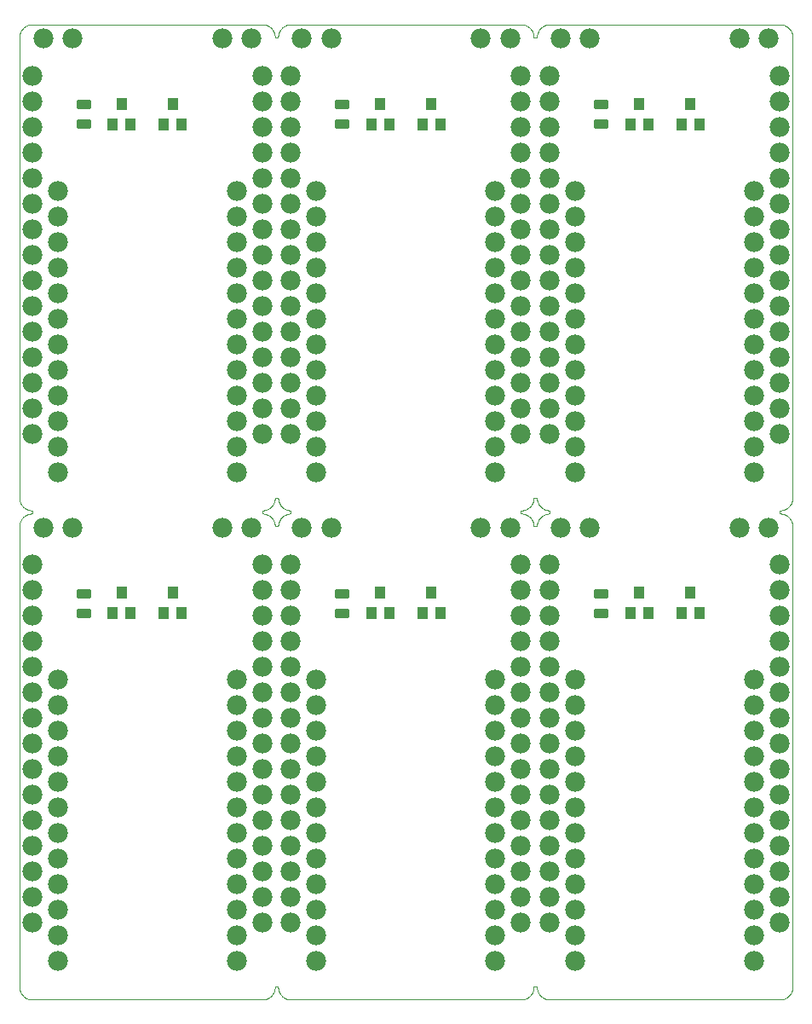
<source format=gts>
G75*
%MOIN*%
%OFA0B0*%
%FSLAX25Y25*%
%IPPOS*%
%LPD*%
%AMOC8*
5,1,8,0,0,1.08239X$1,22.5*
%
%ADD10C,0.00000*%
%ADD11C,0.07800*%
%ADD12R,0.04400X0.04900*%
%ADD13C,0.00887*%
D10*
X0077595Y0048933D02*
X0077595Y0228933D01*
X0077597Y0229073D01*
X0077603Y0229213D01*
X0077613Y0229353D01*
X0077626Y0229493D01*
X0077644Y0229632D01*
X0077666Y0229771D01*
X0077691Y0229908D01*
X0077720Y0230046D01*
X0077753Y0230182D01*
X0077790Y0230317D01*
X0077831Y0230451D01*
X0077876Y0230584D01*
X0077924Y0230716D01*
X0077976Y0230846D01*
X0078031Y0230975D01*
X0078090Y0231102D01*
X0078153Y0231228D01*
X0078219Y0231352D01*
X0078288Y0231473D01*
X0078361Y0231593D01*
X0078438Y0231711D01*
X0078517Y0231826D01*
X0078600Y0231940D01*
X0078686Y0232050D01*
X0078775Y0232159D01*
X0078867Y0232265D01*
X0078962Y0232368D01*
X0079059Y0232469D01*
X0079160Y0232566D01*
X0079263Y0232661D01*
X0079369Y0232753D01*
X0079478Y0232842D01*
X0079588Y0232928D01*
X0079702Y0233011D01*
X0079817Y0233090D01*
X0079935Y0233167D01*
X0080055Y0233240D01*
X0080176Y0233309D01*
X0080300Y0233375D01*
X0080426Y0233438D01*
X0080553Y0233497D01*
X0080682Y0233552D01*
X0080812Y0233604D01*
X0080944Y0233652D01*
X0081077Y0233697D01*
X0081211Y0233738D01*
X0081346Y0233775D01*
X0081482Y0233808D01*
X0081620Y0233837D01*
X0081757Y0233862D01*
X0081896Y0233884D01*
X0082035Y0233902D01*
X0082175Y0233915D01*
X0082315Y0233925D01*
X0082455Y0233931D01*
X0082595Y0233933D01*
X0082595Y0235183D01*
X0082455Y0235185D01*
X0082315Y0235191D01*
X0082175Y0235201D01*
X0082035Y0235214D01*
X0081896Y0235232D01*
X0081757Y0235254D01*
X0081620Y0235279D01*
X0081482Y0235308D01*
X0081346Y0235341D01*
X0081211Y0235378D01*
X0081077Y0235419D01*
X0080944Y0235464D01*
X0080812Y0235512D01*
X0080682Y0235564D01*
X0080553Y0235619D01*
X0080426Y0235678D01*
X0080300Y0235741D01*
X0080176Y0235807D01*
X0080055Y0235876D01*
X0079935Y0235949D01*
X0079817Y0236026D01*
X0079702Y0236105D01*
X0079588Y0236188D01*
X0079478Y0236274D01*
X0079369Y0236363D01*
X0079263Y0236455D01*
X0079160Y0236550D01*
X0079059Y0236647D01*
X0078962Y0236748D01*
X0078867Y0236851D01*
X0078775Y0236957D01*
X0078686Y0237066D01*
X0078600Y0237176D01*
X0078517Y0237290D01*
X0078438Y0237405D01*
X0078361Y0237523D01*
X0078288Y0237643D01*
X0078219Y0237764D01*
X0078153Y0237888D01*
X0078090Y0238014D01*
X0078031Y0238141D01*
X0077976Y0238270D01*
X0077924Y0238400D01*
X0077876Y0238532D01*
X0077831Y0238665D01*
X0077790Y0238799D01*
X0077753Y0238934D01*
X0077720Y0239070D01*
X0077691Y0239208D01*
X0077666Y0239345D01*
X0077644Y0239484D01*
X0077626Y0239623D01*
X0077613Y0239763D01*
X0077603Y0239903D01*
X0077597Y0240043D01*
X0077595Y0240183D01*
X0077595Y0420183D01*
X0077597Y0420323D01*
X0077603Y0420463D01*
X0077613Y0420603D01*
X0077626Y0420743D01*
X0077644Y0420882D01*
X0077666Y0421021D01*
X0077691Y0421158D01*
X0077720Y0421296D01*
X0077753Y0421432D01*
X0077790Y0421567D01*
X0077831Y0421701D01*
X0077876Y0421834D01*
X0077924Y0421966D01*
X0077976Y0422096D01*
X0078031Y0422225D01*
X0078090Y0422352D01*
X0078153Y0422478D01*
X0078219Y0422602D01*
X0078288Y0422723D01*
X0078361Y0422843D01*
X0078438Y0422961D01*
X0078517Y0423076D01*
X0078600Y0423190D01*
X0078686Y0423300D01*
X0078775Y0423409D01*
X0078867Y0423515D01*
X0078962Y0423618D01*
X0079059Y0423719D01*
X0079160Y0423816D01*
X0079263Y0423911D01*
X0079369Y0424003D01*
X0079478Y0424092D01*
X0079588Y0424178D01*
X0079702Y0424261D01*
X0079817Y0424340D01*
X0079935Y0424417D01*
X0080055Y0424490D01*
X0080176Y0424559D01*
X0080300Y0424625D01*
X0080426Y0424688D01*
X0080553Y0424747D01*
X0080682Y0424802D01*
X0080812Y0424854D01*
X0080944Y0424902D01*
X0081077Y0424947D01*
X0081211Y0424988D01*
X0081346Y0425025D01*
X0081482Y0425058D01*
X0081620Y0425087D01*
X0081757Y0425112D01*
X0081896Y0425134D01*
X0082035Y0425152D01*
X0082175Y0425165D01*
X0082315Y0425175D01*
X0082455Y0425181D01*
X0082595Y0425183D01*
X0172595Y0425183D01*
X0172735Y0425181D01*
X0172875Y0425175D01*
X0173015Y0425165D01*
X0173155Y0425152D01*
X0173294Y0425134D01*
X0173433Y0425112D01*
X0173570Y0425087D01*
X0173708Y0425058D01*
X0173844Y0425025D01*
X0173979Y0424988D01*
X0174113Y0424947D01*
X0174246Y0424902D01*
X0174378Y0424854D01*
X0174508Y0424802D01*
X0174637Y0424747D01*
X0174764Y0424688D01*
X0174890Y0424625D01*
X0175014Y0424559D01*
X0175135Y0424490D01*
X0175255Y0424417D01*
X0175373Y0424340D01*
X0175488Y0424261D01*
X0175602Y0424178D01*
X0175712Y0424092D01*
X0175821Y0424003D01*
X0175927Y0423911D01*
X0176030Y0423816D01*
X0176131Y0423719D01*
X0176228Y0423618D01*
X0176323Y0423515D01*
X0176415Y0423409D01*
X0176504Y0423300D01*
X0176590Y0423190D01*
X0176673Y0423076D01*
X0176752Y0422961D01*
X0176829Y0422843D01*
X0176902Y0422723D01*
X0176971Y0422602D01*
X0177037Y0422478D01*
X0177100Y0422352D01*
X0177159Y0422225D01*
X0177214Y0422096D01*
X0177266Y0421966D01*
X0177314Y0421834D01*
X0177359Y0421701D01*
X0177400Y0421567D01*
X0177437Y0421432D01*
X0177470Y0421296D01*
X0177499Y0421158D01*
X0177524Y0421021D01*
X0177546Y0420882D01*
X0177564Y0420743D01*
X0177577Y0420603D01*
X0177587Y0420463D01*
X0177593Y0420323D01*
X0177595Y0420183D01*
X0178845Y0420183D01*
X0178847Y0420323D01*
X0178853Y0420463D01*
X0178863Y0420603D01*
X0178876Y0420743D01*
X0178894Y0420882D01*
X0178916Y0421021D01*
X0178941Y0421158D01*
X0178970Y0421296D01*
X0179003Y0421432D01*
X0179040Y0421567D01*
X0179081Y0421701D01*
X0179126Y0421834D01*
X0179174Y0421966D01*
X0179226Y0422096D01*
X0179281Y0422225D01*
X0179340Y0422352D01*
X0179403Y0422478D01*
X0179469Y0422602D01*
X0179538Y0422723D01*
X0179611Y0422843D01*
X0179688Y0422961D01*
X0179767Y0423076D01*
X0179850Y0423190D01*
X0179936Y0423300D01*
X0180025Y0423409D01*
X0180117Y0423515D01*
X0180212Y0423618D01*
X0180309Y0423719D01*
X0180410Y0423816D01*
X0180513Y0423911D01*
X0180619Y0424003D01*
X0180728Y0424092D01*
X0180838Y0424178D01*
X0180952Y0424261D01*
X0181067Y0424340D01*
X0181185Y0424417D01*
X0181305Y0424490D01*
X0181426Y0424559D01*
X0181550Y0424625D01*
X0181676Y0424688D01*
X0181803Y0424747D01*
X0181932Y0424802D01*
X0182062Y0424854D01*
X0182194Y0424902D01*
X0182327Y0424947D01*
X0182461Y0424988D01*
X0182596Y0425025D01*
X0182732Y0425058D01*
X0182870Y0425087D01*
X0183007Y0425112D01*
X0183146Y0425134D01*
X0183285Y0425152D01*
X0183425Y0425165D01*
X0183565Y0425175D01*
X0183705Y0425181D01*
X0183845Y0425183D01*
X0273845Y0425183D01*
X0273985Y0425181D01*
X0274125Y0425175D01*
X0274265Y0425165D01*
X0274405Y0425152D01*
X0274544Y0425134D01*
X0274683Y0425112D01*
X0274820Y0425087D01*
X0274958Y0425058D01*
X0275094Y0425025D01*
X0275229Y0424988D01*
X0275363Y0424947D01*
X0275496Y0424902D01*
X0275628Y0424854D01*
X0275758Y0424802D01*
X0275887Y0424747D01*
X0276014Y0424688D01*
X0276140Y0424625D01*
X0276264Y0424559D01*
X0276385Y0424490D01*
X0276505Y0424417D01*
X0276623Y0424340D01*
X0276738Y0424261D01*
X0276852Y0424178D01*
X0276962Y0424092D01*
X0277071Y0424003D01*
X0277177Y0423911D01*
X0277280Y0423816D01*
X0277381Y0423719D01*
X0277478Y0423618D01*
X0277573Y0423515D01*
X0277665Y0423409D01*
X0277754Y0423300D01*
X0277840Y0423190D01*
X0277923Y0423076D01*
X0278002Y0422961D01*
X0278079Y0422843D01*
X0278152Y0422723D01*
X0278221Y0422602D01*
X0278287Y0422478D01*
X0278350Y0422352D01*
X0278409Y0422225D01*
X0278464Y0422096D01*
X0278516Y0421966D01*
X0278564Y0421834D01*
X0278609Y0421701D01*
X0278650Y0421567D01*
X0278687Y0421432D01*
X0278720Y0421296D01*
X0278749Y0421158D01*
X0278774Y0421021D01*
X0278796Y0420882D01*
X0278814Y0420743D01*
X0278827Y0420603D01*
X0278837Y0420463D01*
X0278843Y0420323D01*
X0278845Y0420183D01*
X0280095Y0420183D01*
X0280097Y0420323D01*
X0280103Y0420463D01*
X0280113Y0420603D01*
X0280126Y0420743D01*
X0280144Y0420882D01*
X0280166Y0421021D01*
X0280191Y0421158D01*
X0280220Y0421296D01*
X0280253Y0421432D01*
X0280290Y0421567D01*
X0280331Y0421701D01*
X0280376Y0421834D01*
X0280424Y0421966D01*
X0280476Y0422096D01*
X0280531Y0422225D01*
X0280590Y0422352D01*
X0280653Y0422478D01*
X0280719Y0422602D01*
X0280788Y0422723D01*
X0280861Y0422843D01*
X0280938Y0422961D01*
X0281017Y0423076D01*
X0281100Y0423190D01*
X0281186Y0423300D01*
X0281275Y0423409D01*
X0281367Y0423515D01*
X0281462Y0423618D01*
X0281559Y0423719D01*
X0281660Y0423816D01*
X0281763Y0423911D01*
X0281869Y0424003D01*
X0281978Y0424092D01*
X0282088Y0424178D01*
X0282202Y0424261D01*
X0282317Y0424340D01*
X0282435Y0424417D01*
X0282555Y0424490D01*
X0282676Y0424559D01*
X0282800Y0424625D01*
X0282926Y0424688D01*
X0283053Y0424747D01*
X0283182Y0424802D01*
X0283312Y0424854D01*
X0283444Y0424902D01*
X0283577Y0424947D01*
X0283711Y0424988D01*
X0283846Y0425025D01*
X0283982Y0425058D01*
X0284120Y0425087D01*
X0284257Y0425112D01*
X0284396Y0425134D01*
X0284535Y0425152D01*
X0284675Y0425165D01*
X0284815Y0425175D01*
X0284955Y0425181D01*
X0285095Y0425183D01*
X0375095Y0425183D01*
X0375235Y0425181D01*
X0375375Y0425175D01*
X0375515Y0425165D01*
X0375655Y0425152D01*
X0375794Y0425134D01*
X0375933Y0425112D01*
X0376070Y0425087D01*
X0376208Y0425058D01*
X0376344Y0425025D01*
X0376479Y0424988D01*
X0376613Y0424947D01*
X0376746Y0424902D01*
X0376878Y0424854D01*
X0377008Y0424802D01*
X0377137Y0424747D01*
X0377264Y0424688D01*
X0377390Y0424625D01*
X0377514Y0424559D01*
X0377635Y0424490D01*
X0377755Y0424417D01*
X0377873Y0424340D01*
X0377988Y0424261D01*
X0378102Y0424178D01*
X0378212Y0424092D01*
X0378321Y0424003D01*
X0378427Y0423911D01*
X0378530Y0423816D01*
X0378631Y0423719D01*
X0378728Y0423618D01*
X0378823Y0423515D01*
X0378915Y0423409D01*
X0379004Y0423300D01*
X0379090Y0423190D01*
X0379173Y0423076D01*
X0379252Y0422961D01*
X0379329Y0422843D01*
X0379402Y0422723D01*
X0379471Y0422602D01*
X0379537Y0422478D01*
X0379600Y0422352D01*
X0379659Y0422225D01*
X0379714Y0422096D01*
X0379766Y0421966D01*
X0379814Y0421834D01*
X0379859Y0421701D01*
X0379900Y0421567D01*
X0379937Y0421432D01*
X0379970Y0421296D01*
X0379999Y0421158D01*
X0380024Y0421021D01*
X0380046Y0420882D01*
X0380064Y0420743D01*
X0380077Y0420603D01*
X0380087Y0420463D01*
X0380093Y0420323D01*
X0380095Y0420183D01*
X0380095Y0240183D01*
X0380093Y0240043D01*
X0380087Y0239903D01*
X0380077Y0239763D01*
X0380064Y0239623D01*
X0380046Y0239484D01*
X0380024Y0239345D01*
X0379999Y0239208D01*
X0379970Y0239070D01*
X0379937Y0238934D01*
X0379900Y0238799D01*
X0379859Y0238665D01*
X0379814Y0238532D01*
X0379766Y0238400D01*
X0379714Y0238270D01*
X0379659Y0238141D01*
X0379600Y0238014D01*
X0379537Y0237888D01*
X0379471Y0237764D01*
X0379402Y0237643D01*
X0379329Y0237523D01*
X0379252Y0237405D01*
X0379173Y0237290D01*
X0379090Y0237176D01*
X0379004Y0237066D01*
X0378915Y0236957D01*
X0378823Y0236851D01*
X0378728Y0236748D01*
X0378631Y0236647D01*
X0378530Y0236550D01*
X0378427Y0236455D01*
X0378321Y0236363D01*
X0378212Y0236274D01*
X0378102Y0236188D01*
X0377988Y0236105D01*
X0377873Y0236026D01*
X0377755Y0235949D01*
X0377635Y0235876D01*
X0377514Y0235807D01*
X0377390Y0235741D01*
X0377264Y0235678D01*
X0377137Y0235619D01*
X0377008Y0235564D01*
X0376878Y0235512D01*
X0376746Y0235464D01*
X0376613Y0235419D01*
X0376479Y0235378D01*
X0376344Y0235341D01*
X0376208Y0235308D01*
X0376070Y0235279D01*
X0375933Y0235254D01*
X0375794Y0235232D01*
X0375655Y0235214D01*
X0375515Y0235201D01*
X0375375Y0235191D01*
X0375235Y0235185D01*
X0375095Y0235183D01*
X0375095Y0233933D01*
X0375235Y0233931D01*
X0375375Y0233925D01*
X0375515Y0233915D01*
X0375655Y0233902D01*
X0375794Y0233884D01*
X0375933Y0233862D01*
X0376070Y0233837D01*
X0376208Y0233808D01*
X0376344Y0233775D01*
X0376479Y0233738D01*
X0376613Y0233697D01*
X0376746Y0233652D01*
X0376878Y0233604D01*
X0377008Y0233552D01*
X0377137Y0233497D01*
X0377264Y0233438D01*
X0377390Y0233375D01*
X0377514Y0233309D01*
X0377635Y0233240D01*
X0377755Y0233167D01*
X0377873Y0233090D01*
X0377988Y0233011D01*
X0378102Y0232928D01*
X0378212Y0232842D01*
X0378321Y0232753D01*
X0378427Y0232661D01*
X0378530Y0232566D01*
X0378631Y0232469D01*
X0378728Y0232368D01*
X0378823Y0232265D01*
X0378915Y0232159D01*
X0379004Y0232050D01*
X0379090Y0231940D01*
X0379173Y0231826D01*
X0379252Y0231711D01*
X0379329Y0231593D01*
X0379402Y0231473D01*
X0379471Y0231352D01*
X0379537Y0231228D01*
X0379600Y0231102D01*
X0379659Y0230975D01*
X0379714Y0230846D01*
X0379766Y0230716D01*
X0379814Y0230584D01*
X0379859Y0230451D01*
X0379900Y0230317D01*
X0379937Y0230182D01*
X0379970Y0230046D01*
X0379999Y0229908D01*
X0380024Y0229771D01*
X0380046Y0229632D01*
X0380064Y0229493D01*
X0380077Y0229353D01*
X0380087Y0229213D01*
X0380093Y0229073D01*
X0380095Y0228933D01*
X0380095Y0048933D01*
X0380093Y0048793D01*
X0380087Y0048653D01*
X0380077Y0048513D01*
X0380064Y0048373D01*
X0380046Y0048234D01*
X0380024Y0048095D01*
X0379999Y0047958D01*
X0379970Y0047820D01*
X0379937Y0047684D01*
X0379900Y0047549D01*
X0379859Y0047415D01*
X0379814Y0047282D01*
X0379766Y0047150D01*
X0379714Y0047020D01*
X0379659Y0046891D01*
X0379600Y0046764D01*
X0379537Y0046638D01*
X0379471Y0046514D01*
X0379402Y0046393D01*
X0379329Y0046273D01*
X0379252Y0046155D01*
X0379173Y0046040D01*
X0379090Y0045926D01*
X0379004Y0045816D01*
X0378915Y0045707D01*
X0378823Y0045601D01*
X0378728Y0045498D01*
X0378631Y0045397D01*
X0378530Y0045300D01*
X0378427Y0045205D01*
X0378321Y0045113D01*
X0378212Y0045024D01*
X0378102Y0044938D01*
X0377988Y0044855D01*
X0377873Y0044776D01*
X0377755Y0044699D01*
X0377635Y0044626D01*
X0377514Y0044557D01*
X0377390Y0044491D01*
X0377264Y0044428D01*
X0377137Y0044369D01*
X0377008Y0044314D01*
X0376878Y0044262D01*
X0376746Y0044214D01*
X0376613Y0044169D01*
X0376479Y0044128D01*
X0376344Y0044091D01*
X0376208Y0044058D01*
X0376070Y0044029D01*
X0375933Y0044004D01*
X0375794Y0043982D01*
X0375655Y0043964D01*
X0375515Y0043951D01*
X0375375Y0043941D01*
X0375235Y0043935D01*
X0375095Y0043933D01*
X0285095Y0043933D01*
X0284955Y0043935D01*
X0284815Y0043941D01*
X0284675Y0043951D01*
X0284535Y0043964D01*
X0284396Y0043982D01*
X0284257Y0044004D01*
X0284120Y0044029D01*
X0283982Y0044058D01*
X0283846Y0044091D01*
X0283711Y0044128D01*
X0283577Y0044169D01*
X0283444Y0044214D01*
X0283312Y0044262D01*
X0283182Y0044314D01*
X0283053Y0044369D01*
X0282926Y0044428D01*
X0282800Y0044491D01*
X0282676Y0044557D01*
X0282555Y0044626D01*
X0282435Y0044699D01*
X0282317Y0044776D01*
X0282202Y0044855D01*
X0282088Y0044938D01*
X0281978Y0045024D01*
X0281869Y0045113D01*
X0281763Y0045205D01*
X0281660Y0045300D01*
X0281559Y0045397D01*
X0281462Y0045498D01*
X0281367Y0045601D01*
X0281275Y0045707D01*
X0281186Y0045816D01*
X0281100Y0045926D01*
X0281017Y0046040D01*
X0280938Y0046155D01*
X0280861Y0046273D01*
X0280788Y0046393D01*
X0280719Y0046514D01*
X0280653Y0046638D01*
X0280590Y0046764D01*
X0280531Y0046891D01*
X0280476Y0047020D01*
X0280424Y0047150D01*
X0280376Y0047282D01*
X0280331Y0047415D01*
X0280290Y0047549D01*
X0280253Y0047684D01*
X0280220Y0047820D01*
X0280191Y0047958D01*
X0280166Y0048095D01*
X0280144Y0048234D01*
X0280126Y0048373D01*
X0280113Y0048513D01*
X0280103Y0048653D01*
X0280097Y0048793D01*
X0280095Y0048933D01*
X0278845Y0048933D01*
X0278843Y0048793D01*
X0278837Y0048653D01*
X0278827Y0048513D01*
X0278814Y0048373D01*
X0278796Y0048234D01*
X0278774Y0048095D01*
X0278749Y0047958D01*
X0278720Y0047820D01*
X0278687Y0047684D01*
X0278650Y0047549D01*
X0278609Y0047415D01*
X0278564Y0047282D01*
X0278516Y0047150D01*
X0278464Y0047020D01*
X0278409Y0046891D01*
X0278350Y0046764D01*
X0278287Y0046638D01*
X0278221Y0046514D01*
X0278152Y0046393D01*
X0278079Y0046273D01*
X0278002Y0046155D01*
X0277923Y0046040D01*
X0277840Y0045926D01*
X0277754Y0045816D01*
X0277665Y0045707D01*
X0277573Y0045601D01*
X0277478Y0045498D01*
X0277381Y0045397D01*
X0277280Y0045300D01*
X0277177Y0045205D01*
X0277071Y0045113D01*
X0276962Y0045024D01*
X0276852Y0044938D01*
X0276738Y0044855D01*
X0276623Y0044776D01*
X0276505Y0044699D01*
X0276385Y0044626D01*
X0276264Y0044557D01*
X0276140Y0044491D01*
X0276014Y0044428D01*
X0275887Y0044369D01*
X0275758Y0044314D01*
X0275628Y0044262D01*
X0275496Y0044214D01*
X0275363Y0044169D01*
X0275229Y0044128D01*
X0275094Y0044091D01*
X0274958Y0044058D01*
X0274820Y0044029D01*
X0274683Y0044004D01*
X0274544Y0043982D01*
X0274405Y0043964D01*
X0274265Y0043951D01*
X0274125Y0043941D01*
X0273985Y0043935D01*
X0273845Y0043933D01*
X0183845Y0043933D01*
X0183705Y0043935D01*
X0183565Y0043941D01*
X0183425Y0043951D01*
X0183285Y0043964D01*
X0183146Y0043982D01*
X0183007Y0044004D01*
X0182870Y0044029D01*
X0182732Y0044058D01*
X0182596Y0044091D01*
X0182461Y0044128D01*
X0182327Y0044169D01*
X0182194Y0044214D01*
X0182062Y0044262D01*
X0181932Y0044314D01*
X0181803Y0044369D01*
X0181676Y0044428D01*
X0181550Y0044491D01*
X0181426Y0044557D01*
X0181305Y0044626D01*
X0181185Y0044699D01*
X0181067Y0044776D01*
X0180952Y0044855D01*
X0180838Y0044938D01*
X0180728Y0045024D01*
X0180619Y0045113D01*
X0180513Y0045205D01*
X0180410Y0045300D01*
X0180309Y0045397D01*
X0180212Y0045498D01*
X0180117Y0045601D01*
X0180025Y0045707D01*
X0179936Y0045816D01*
X0179850Y0045926D01*
X0179767Y0046040D01*
X0179688Y0046155D01*
X0179611Y0046273D01*
X0179538Y0046393D01*
X0179469Y0046514D01*
X0179403Y0046638D01*
X0179340Y0046764D01*
X0179281Y0046891D01*
X0179226Y0047020D01*
X0179174Y0047150D01*
X0179126Y0047282D01*
X0179081Y0047415D01*
X0179040Y0047549D01*
X0179003Y0047684D01*
X0178970Y0047820D01*
X0178941Y0047958D01*
X0178916Y0048095D01*
X0178894Y0048234D01*
X0178876Y0048373D01*
X0178863Y0048513D01*
X0178853Y0048653D01*
X0178847Y0048793D01*
X0178845Y0048933D01*
X0177595Y0048933D01*
X0177593Y0048793D01*
X0177587Y0048653D01*
X0177577Y0048513D01*
X0177564Y0048373D01*
X0177546Y0048234D01*
X0177524Y0048095D01*
X0177499Y0047958D01*
X0177470Y0047820D01*
X0177437Y0047684D01*
X0177400Y0047549D01*
X0177359Y0047415D01*
X0177314Y0047282D01*
X0177266Y0047150D01*
X0177214Y0047020D01*
X0177159Y0046891D01*
X0177100Y0046764D01*
X0177037Y0046638D01*
X0176971Y0046514D01*
X0176902Y0046393D01*
X0176829Y0046273D01*
X0176752Y0046155D01*
X0176673Y0046040D01*
X0176590Y0045926D01*
X0176504Y0045816D01*
X0176415Y0045707D01*
X0176323Y0045601D01*
X0176228Y0045498D01*
X0176131Y0045397D01*
X0176030Y0045300D01*
X0175927Y0045205D01*
X0175821Y0045113D01*
X0175712Y0045024D01*
X0175602Y0044938D01*
X0175488Y0044855D01*
X0175373Y0044776D01*
X0175255Y0044699D01*
X0175135Y0044626D01*
X0175014Y0044557D01*
X0174890Y0044491D01*
X0174764Y0044428D01*
X0174637Y0044369D01*
X0174508Y0044314D01*
X0174378Y0044262D01*
X0174246Y0044214D01*
X0174113Y0044169D01*
X0173979Y0044128D01*
X0173844Y0044091D01*
X0173708Y0044058D01*
X0173570Y0044029D01*
X0173433Y0044004D01*
X0173294Y0043982D01*
X0173155Y0043964D01*
X0173015Y0043951D01*
X0172875Y0043941D01*
X0172735Y0043935D01*
X0172595Y0043933D01*
X0082595Y0043933D01*
X0082455Y0043935D01*
X0082315Y0043941D01*
X0082175Y0043951D01*
X0082035Y0043964D01*
X0081896Y0043982D01*
X0081757Y0044004D01*
X0081620Y0044029D01*
X0081482Y0044058D01*
X0081346Y0044091D01*
X0081211Y0044128D01*
X0081077Y0044169D01*
X0080944Y0044214D01*
X0080812Y0044262D01*
X0080682Y0044314D01*
X0080553Y0044369D01*
X0080426Y0044428D01*
X0080300Y0044491D01*
X0080176Y0044557D01*
X0080055Y0044626D01*
X0079935Y0044699D01*
X0079817Y0044776D01*
X0079702Y0044855D01*
X0079588Y0044938D01*
X0079478Y0045024D01*
X0079369Y0045113D01*
X0079263Y0045205D01*
X0079160Y0045300D01*
X0079059Y0045397D01*
X0078962Y0045498D01*
X0078867Y0045601D01*
X0078775Y0045707D01*
X0078686Y0045816D01*
X0078600Y0045926D01*
X0078517Y0046040D01*
X0078438Y0046155D01*
X0078361Y0046273D01*
X0078288Y0046393D01*
X0078219Y0046514D01*
X0078153Y0046638D01*
X0078090Y0046764D01*
X0078031Y0046891D01*
X0077976Y0047020D01*
X0077924Y0047150D01*
X0077876Y0047282D01*
X0077831Y0047415D01*
X0077790Y0047549D01*
X0077753Y0047684D01*
X0077720Y0047820D01*
X0077691Y0047958D01*
X0077666Y0048095D01*
X0077644Y0048234D01*
X0077626Y0048373D01*
X0077613Y0048513D01*
X0077603Y0048653D01*
X0077597Y0048793D01*
X0077595Y0048933D01*
X0177595Y0228933D02*
X0177593Y0229073D01*
X0177587Y0229213D01*
X0177577Y0229353D01*
X0177564Y0229493D01*
X0177546Y0229632D01*
X0177524Y0229771D01*
X0177499Y0229908D01*
X0177470Y0230046D01*
X0177437Y0230182D01*
X0177400Y0230317D01*
X0177359Y0230451D01*
X0177314Y0230584D01*
X0177266Y0230716D01*
X0177214Y0230846D01*
X0177159Y0230975D01*
X0177100Y0231102D01*
X0177037Y0231228D01*
X0176971Y0231352D01*
X0176902Y0231473D01*
X0176829Y0231593D01*
X0176752Y0231711D01*
X0176673Y0231826D01*
X0176590Y0231940D01*
X0176504Y0232050D01*
X0176415Y0232159D01*
X0176323Y0232265D01*
X0176228Y0232368D01*
X0176131Y0232469D01*
X0176030Y0232566D01*
X0175927Y0232661D01*
X0175821Y0232753D01*
X0175712Y0232842D01*
X0175602Y0232928D01*
X0175488Y0233011D01*
X0175373Y0233090D01*
X0175255Y0233167D01*
X0175135Y0233240D01*
X0175014Y0233309D01*
X0174890Y0233375D01*
X0174764Y0233438D01*
X0174637Y0233497D01*
X0174508Y0233552D01*
X0174378Y0233604D01*
X0174246Y0233652D01*
X0174113Y0233697D01*
X0173979Y0233738D01*
X0173844Y0233775D01*
X0173708Y0233808D01*
X0173570Y0233837D01*
X0173433Y0233862D01*
X0173294Y0233884D01*
X0173155Y0233902D01*
X0173015Y0233915D01*
X0172875Y0233925D01*
X0172735Y0233931D01*
X0172595Y0233933D01*
X0172595Y0235183D01*
X0172735Y0235185D01*
X0172875Y0235191D01*
X0173015Y0235201D01*
X0173155Y0235214D01*
X0173294Y0235232D01*
X0173433Y0235254D01*
X0173570Y0235279D01*
X0173708Y0235308D01*
X0173844Y0235341D01*
X0173979Y0235378D01*
X0174113Y0235419D01*
X0174246Y0235464D01*
X0174378Y0235512D01*
X0174508Y0235564D01*
X0174637Y0235619D01*
X0174764Y0235678D01*
X0174890Y0235741D01*
X0175014Y0235807D01*
X0175135Y0235876D01*
X0175255Y0235949D01*
X0175373Y0236026D01*
X0175488Y0236105D01*
X0175602Y0236188D01*
X0175712Y0236274D01*
X0175821Y0236363D01*
X0175927Y0236455D01*
X0176030Y0236550D01*
X0176131Y0236647D01*
X0176228Y0236748D01*
X0176323Y0236851D01*
X0176415Y0236957D01*
X0176504Y0237066D01*
X0176590Y0237176D01*
X0176673Y0237290D01*
X0176752Y0237405D01*
X0176829Y0237523D01*
X0176902Y0237643D01*
X0176971Y0237764D01*
X0177037Y0237888D01*
X0177100Y0238014D01*
X0177159Y0238141D01*
X0177214Y0238270D01*
X0177266Y0238400D01*
X0177314Y0238532D01*
X0177359Y0238665D01*
X0177400Y0238799D01*
X0177437Y0238934D01*
X0177470Y0239070D01*
X0177499Y0239208D01*
X0177524Y0239345D01*
X0177546Y0239484D01*
X0177564Y0239623D01*
X0177577Y0239763D01*
X0177587Y0239903D01*
X0177593Y0240043D01*
X0177595Y0240183D01*
X0178845Y0240183D01*
X0178847Y0240043D01*
X0178853Y0239903D01*
X0178863Y0239763D01*
X0178876Y0239623D01*
X0178894Y0239484D01*
X0178916Y0239345D01*
X0178941Y0239208D01*
X0178970Y0239070D01*
X0179003Y0238934D01*
X0179040Y0238799D01*
X0179081Y0238665D01*
X0179126Y0238532D01*
X0179174Y0238400D01*
X0179226Y0238270D01*
X0179281Y0238141D01*
X0179340Y0238014D01*
X0179403Y0237888D01*
X0179469Y0237764D01*
X0179538Y0237643D01*
X0179611Y0237523D01*
X0179688Y0237405D01*
X0179767Y0237290D01*
X0179850Y0237176D01*
X0179936Y0237066D01*
X0180025Y0236957D01*
X0180117Y0236851D01*
X0180212Y0236748D01*
X0180309Y0236647D01*
X0180410Y0236550D01*
X0180513Y0236455D01*
X0180619Y0236363D01*
X0180728Y0236274D01*
X0180838Y0236188D01*
X0180952Y0236105D01*
X0181067Y0236026D01*
X0181185Y0235949D01*
X0181305Y0235876D01*
X0181426Y0235807D01*
X0181550Y0235741D01*
X0181676Y0235678D01*
X0181803Y0235619D01*
X0181932Y0235564D01*
X0182062Y0235512D01*
X0182194Y0235464D01*
X0182327Y0235419D01*
X0182461Y0235378D01*
X0182596Y0235341D01*
X0182732Y0235308D01*
X0182870Y0235279D01*
X0183007Y0235254D01*
X0183146Y0235232D01*
X0183285Y0235214D01*
X0183425Y0235201D01*
X0183565Y0235191D01*
X0183705Y0235185D01*
X0183845Y0235183D01*
X0183845Y0233933D01*
X0183705Y0233931D01*
X0183565Y0233925D01*
X0183425Y0233915D01*
X0183285Y0233902D01*
X0183146Y0233884D01*
X0183007Y0233862D01*
X0182870Y0233837D01*
X0182732Y0233808D01*
X0182596Y0233775D01*
X0182461Y0233738D01*
X0182327Y0233697D01*
X0182194Y0233652D01*
X0182062Y0233604D01*
X0181932Y0233552D01*
X0181803Y0233497D01*
X0181676Y0233438D01*
X0181550Y0233375D01*
X0181426Y0233309D01*
X0181305Y0233240D01*
X0181185Y0233167D01*
X0181067Y0233090D01*
X0180952Y0233011D01*
X0180838Y0232928D01*
X0180728Y0232842D01*
X0180619Y0232753D01*
X0180513Y0232661D01*
X0180410Y0232566D01*
X0180309Y0232469D01*
X0180212Y0232368D01*
X0180117Y0232265D01*
X0180025Y0232159D01*
X0179936Y0232050D01*
X0179850Y0231940D01*
X0179767Y0231826D01*
X0179688Y0231711D01*
X0179611Y0231593D01*
X0179538Y0231473D01*
X0179469Y0231352D01*
X0179403Y0231228D01*
X0179340Y0231102D01*
X0179281Y0230975D01*
X0179226Y0230846D01*
X0179174Y0230716D01*
X0179126Y0230584D01*
X0179081Y0230451D01*
X0179040Y0230317D01*
X0179003Y0230182D01*
X0178970Y0230046D01*
X0178941Y0229908D01*
X0178916Y0229771D01*
X0178894Y0229632D01*
X0178876Y0229493D01*
X0178863Y0229353D01*
X0178853Y0229213D01*
X0178847Y0229073D01*
X0178845Y0228933D01*
X0177595Y0228933D01*
X0273845Y0233933D02*
X0273985Y0233931D01*
X0274125Y0233925D01*
X0274265Y0233915D01*
X0274405Y0233902D01*
X0274544Y0233884D01*
X0274683Y0233862D01*
X0274820Y0233837D01*
X0274958Y0233808D01*
X0275094Y0233775D01*
X0275229Y0233738D01*
X0275363Y0233697D01*
X0275496Y0233652D01*
X0275628Y0233604D01*
X0275758Y0233552D01*
X0275887Y0233497D01*
X0276014Y0233438D01*
X0276140Y0233375D01*
X0276264Y0233309D01*
X0276385Y0233240D01*
X0276505Y0233167D01*
X0276623Y0233090D01*
X0276738Y0233011D01*
X0276852Y0232928D01*
X0276962Y0232842D01*
X0277071Y0232753D01*
X0277177Y0232661D01*
X0277280Y0232566D01*
X0277381Y0232469D01*
X0277478Y0232368D01*
X0277573Y0232265D01*
X0277665Y0232159D01*
X0277754Y0232050D01*
X0277840Y0231940D01*
X0277923Y0231826D01*
X0278002Y0231711D01*
X0278079Y0231593D01*
X0278152Y0231473D01*
X0278221Y0231352D01*
X0278287Y0231228D01*
X0278350Y0231102D01*
X0278409Y0230975D01*
X0278464Y0230846D01*
X0278516Y0230716D01*
X0278564Y0230584D01*
X0278609Y0230451D01*
X0278650Y0230317D01*
X0278687Y0230182D01*
X0278720Y0230046D01*
X0278749Y0229908D01*
X0278774Y0229771D01*
X0278796Y0229632D01*
X0278814Y0229493D01*
X0278827Y0229353D01*
X0278837Y0229213D01*
X0278843Y0229073D01*
X0278845Y0228933D01*
X0280095Y0228933D01*
X0280097Y0229073D01*
X0280103Y0229213D01*
X0280113Y0229353D01*
X0280126Y0229493D01*
X0280144Y0229632D01*
X0280166Y0229771D01*
X0280191Y0229908D01*
X0280220Y0230046D01*
X0280253Y0230182D01*
X0280290Y0230317D01*
X0280331Y0230451D01*
X0280376Y0230584D01*
X0280424Y0230716D01*
X0280476Y0230846D01*
X0280531Y0230975D01*
X0280590Y0231102D01*
X0280653Y0231228D01*
X0280719Y0231352D01*
X0280788Y0231473D01*
X0280861Y0231593D01*
X0280938Y0231711D01*
X0281017Y0231826D01*
X0281100Y0231940D01*
X0281186Y0232050D01*
X0281275Y0232159D01*
X0281367Y0232265D01*
X0281462Y0232368D01*
X0281559Y0232469D01*
X0281660Y0232566D01*
X0281763Y0232661D01*
X0281869Y0232753D01*
X0281978Y0232842D01*
X0282088Y0232928D01*
X0282202Y0233011D01*
X0282317Y0233090D01*
X0282435Y0233167D01*
X0282555Y0233240D01*
X0282676Y0233309D01*
X0282800Y0233375D01*
X0282926Y0233438D01*
X0283053Y0233497D01*
X0283182Y0233552D01*
X0283312Y0233604D01*
X0283444Y0233652D01*
X0283577Y0233697D01*
X0283711Y0233738D01*
X0283846Y0233775D01*
X0283982Y0233808D01*
X0284120Y0233837D01*
X0284257Y0233862D01*
X0284396Y0233884D01*
X0284535Y0233902D01*
X0284675Y0233915D01*
X0284815Y0233925D01*
X0284955Y0233931D01*
X0285095Y0233933D01*
X0285095Y0235183D01*
X0284955Y0235185D01*
X0284815Y0235191D01*
X0284675Y0235201D01*
X0284535Y0235214D01*
X0284396Y0235232D01*
X0284257Y0235254D01*
X0284120Y0235279D01*
X0283982Y0235308D01*
X0283846Y0235341D01*
X0283711Y0235378D01*
X0283577Y0235419D01*
X0283444Y0235464D01*
X0283312Y0235512D01*
X0283182Y0235564D01*
X0283053Y0235619D01*
X0282926Y0235678D01*
X0282800Y0235741D01*
X0282676Y0235807D01*
X0282555Y0235876D01*
X0282435Y0235949D01*
X0282317Y0236026D01*
X0282202Y0236105D01*
X0282088Y0236188D01*
X0281978Y0236274D01*
X0281869Y0236363D01*
X0281763Y0236455D01*
X0281660Y0236550D01*
X0281559Y0236647D01*
X0281462Y0236748D01*
X0281367Y0236851D01*
X0281275Y0236957D01*
X0281186Y0237066D01*
X0281100Y0237176D01*
X0281017Y0237290D01*
X0280938Y0237405D01*
X0280861Y0237523D01*
X0280788Y0237643D01*
X0280719Y0237764D01*
X0280653Y0237888D01*
X0280590Y0238014D01*
X0280531Y0238141D01*
X0280476Y0238270D01*
X0280424Y0238400D01*
X0280376Y0238532D01*
X0280331Y0238665D01*
X0280290Y0238799D01*
X0280253Y0238934D01*
X0280220Y0239070D01*
X0280191Y0239208D01*
X0280166Y0239345D01*
X0280144Y0239484D01*
X0280126Y0239623D01*
X0280113Y0239763D01*
X0280103Y0239903D01*
X0280097Y0240043D01*
X0280095Y0240183D01*
X0278845Y0240183D01*
X0278843Y0240043D01*
X0278837Y0239903D01*
X0278827Y0239763D01*
X0278814Y0239623D01*
X0278796Y0239484D01*
X0278774Y0239345D01*
X0278749Y0239208D01*
X0278720Y0239070D01*
X0278687Y0238934D01*
X0278650Y0238799D01*
X0278609Y0238665D01*
X0278564Y0238532D01*
X0278516Y0238400D01*
X0278464Y0238270D01*
X0278409Y0238141D01*
X0278350Y0238014D01*
X0278287Y0237888D01*
X0278221Y0237764D01*
X0278152Y0237643D01*
X0278079Y0237523D01*
X0278002Y0237405D01*
X0277923Y0237290D01*
X0277840Y0237176D01*
X0277754Y0237066D01*
X0277665Y0236957D01*
X0277573Y0236851D01*
X0277478Y0236748D01*
X0277381Y0236647D01*
X0277280Y0236550D01*
X0277177Y0236455D01*
X0277071Y0236363D01*
X0276962Y0236274D01*
X0276852Y0236188D01*
X0276738Y0236105D01*
X0276623Y0236026D01*
X0276505Y0235949D01*
X0276385Y0235876D01*
X0276264Y0235807D01*
X0276140Y0235741D01*
X0276014Y0235678D01*
X0275887Y0235619D01*
X0275758Y0235564D01*
X0275628Y0235512D01*
X0275496Y0235464D01*
X0275363Y0235419D01*
X0275229Y0235378D01*
X0275094Y0235341D01*
X0274958Y0235308D01*
X0274820Y0235279D01*
X0274683Y0235254D01*
X0274544Y0235232D01*
X0274405Y0235214D01*
X0274265Y0235201D01*
X0274125Y0235191D01*
X0273985Y0235185D01*
X0273845Y0235183D01*
X0273845Y0233933D01*
D11*
X0269545Y0228433D03*
X0258145Y0228433D03*
X0273845Y0213933D03*
X0273845Y0203933D03*
X0273845Y0193933D03*
X0273845Y0183933D03*
X0273845Y0173933D03*
X0273845Y0163933D03*
X0273845Y0153933D03*
X0273845Y0143933D03*
X0273845Y0133933D03*
X0273845Y0123933D03*
X0263845Y0118933D03*
X0263845Y0128933D03*
X0263845Y0138933D03*
X0263845Y0148933D03*
X0263845Y0158933D03*
X0263845Y0168933D03*
X0285095Y0163933D03*
X0285095Y0153933D03*
X0285095Y0143933D03*
X0285095Y0133933D03*
X0285095Y0123933D03*
X0295095Y0118933D03*
X0295095Y0128933D03*
X0295095Y0138933D03*
X0295095Y0148933D03*
X0295095Y0158933D03*
X0295095Y0168933D03*
X0285095Y0173933D03*
X0285095Y0183933D03*
X0285095Y0193933D03*
X0285095Y0203933D03*
X0285095Y0213933D03*
X0289395Y0228433D03*
X0300795Y0228433D03*
X0295095Y0250183D03*
X0295095Y0260183D03*
X0295095Y0270183D03*
X0295095Y0280183D03*
X0285095Y0275183D03*
X0285095Y0265183D03*
X0273845Y0265183D03*
X0273845Y0275183D03*
X0263845Y0270183D03*
X0263845Y0260183D03*
X0263845Y0250183D03*
X0263845Y0280183D03*
X0273845Y0285183D03*
X0273845Y0295183D03*
X0273845Y0305183D03*
X0273845Y0315183D03*
X0273845Y0325183D03*
X0273845Y0335183D03*
X0273845Y0345183D03*
X0273845Y0355183D03*
X0273845Y0365183D03*
X0273845Y0375183D03*
X0273845Y0385183D03*
X0273845Y0395183D03*
X0273845Y0405183D03*
X0285095Y0405183D03*
X0285095Y0395183D03*
X0285095Y0385183D03*
X0285095Y0375183D03*
X0285095Y0365183D03*
X0285095Y0355183D03*
X0285095Y0345183D03*
X0285095Y0335183D03*
X0285095Y0325183D03*
X0285095Y0315183D03*
X0285095Y0305183D03*
X0285095Y0295183D03*
X0285095Y0285183D03*
X0295095Y0290183D03*
X0295095Y0300183D03*
X0295095Y0310183D03*
X0295095Y0320183D03*
X0295095Y0330183D03*
X0295095Y0340183D03*
X0295095Y0350183D03*
X0295095Y0360183D03*
X0263845Y0360183D03*
X0263845Y0350183D03*
X0263845Y0340183D03*
X0263845Y0330183D03*
X0263845Y0320183D03*
X0263845Y0310183D03*
X0263845Y0300183D03*
X0263845Y0290183D03*
X0199545Y0228433D03*
X0188145Y0228433D03*
X0183845Y0213933D03*
X0172595Y0213933D03*
X0172595Y0203933D03*
X0172595Y0193933D03*
X0172595Y0183933D03*
X0172595Y0173933D03*
X0172595Y0163933D03*
X0172595Y0153933D03*
X0172595Y0143933D03*
X0172595Y0133933D03*
X0172595Y0123933D03*
X0183845Y0123933D03*
X0183845Y0133933D03*
X0183845Y0143933D03*
X0183845Y0153933D03*
X0183845Y0163933D03*
X0183845Y0173933D03*
X0183845Y0183933D03*
X0183845Y0193933D03*
X0183845Y0203933D03*
X0168295Y0228433D03*
X0156895Y0228433D03*
X0162595Y0250183D03*
X0162595Y0260183D03*
X0162595Y0270183D03*
X0162595Y0280183D03*
X0162595Y0290183D03*
X0162595Y0300183D03*
X0162595Y0310183D03*
X0162595Y0320183D03*
X0162595Y0330183D03*
X0162595Y0340183D03*
X0162595Y0350183D03*
X0162595Y0360183D03*
X0172595Y0355183D03*
X0172595Y0345183D03*
X0172595Y0335183D03*
X0172595Y0325183D03*
X0172595Y0315183D03*
X0172595Y0305183D03*
X0172595Y0295183D03*
X0172595Y0285183D03*
X0183845Y0285183D03*
X0183845Y0295183D03*
X0183845Y0305183D03*
X0183845Y0315183D03*
X0183845Y0325183D03*
X0183845Y0335183D03*
X0183845Y0345183D03*
X0183845Y0355183D03*
X0183845Y0365183D03*
X0183845Y0375183D03*
X0172595Y0375183D03*
X0172595Y0365183D03*
X0172595Y0385183D03*
X0172595Y0395183D03*
X0172595Y0405183D03*
X0183845Y0405183D03*
X0183845Y0395183D03*
X0183845Y0385183D03*
X0193845Y0360183D03*
X0193845Y0350183D03*
X0193845Y0340183D03*
X0193845Y0330183D03*
X0193845Y0320183D03*
X0193845Y0310183D03*
X0193845Y0300183D03*
X0193845Y0290183D03*
X0193845Y0280183D03*
X0193845Y0270183D03*
X0193845Y0260183D03*
X0193845Y0250183D03*
X0183845Y0265183D03*
X0183845Y0275183D03*
X0172595Y0275183D03*
X0172595Y0265183D03*
X0098295Y0228433D03*
X0086895Y0228433D03*
X0082595Y0213933D03*
X0082595Y0203933D03*
X0082595Y0193933D03*
X0082595Y0183933D03*
X0082595Y0173933D03*
X0082595Y0163933D03*
X0082595Y0153933D03*
X0082595Y0143933D03*
X0082595Y0133933D03*
X0082595Y0123933D03*
X0092595Y0118933D03*
X0092595Y0128933D03*
X0092595Y0138933D03*
X0092595Y0148933D03*
X0092595Y0158933D03*
X0092595Y0168933D03*
X0082595Y0113933D03*
X0082595Y0103933D03*
X0082595Y0093933D03*
X0082595Y0083933D03*
X0082595Y0073933D03*
X0092595Y0068933D03*
X0092595Y0058933D03*
X0092595Y0078933D03*
X0092595Y0088933D03*
X0092595Y0098933D03*
X0092595Y0108933D03*
X0162595Y0108933D03*
X0162595Y0098933D03*
X0162595Y0088933D03*
X0162595Y0078933D03*
X0162595Y0068933D03*
X0162595Y0058933D03*
X0172595Y0073933D03*
X0172595Y0083933D03*
X0172595Y0093933D03*
X0172595Y0103933D03*
X0172595Y0113933D03*
X0183845Y0113933D03*
X0183845Y0103933D03*
X0183845Y0093933D03*
X0183845Y0083933D03*
X0183845Y0073933D03*
X0193845Y0068933D03*
X0193845Y0058933D03*
X0193845Y0078933D03*
X0193845Y0088933D03*
X0193845Y0098933D03*
X0193845Y0108933D03*
X0193845Y0118933D03*
X0193845Y0128933D03*
X0193845Y0138933D03*
X0193845Y0148933D03*
X0193845Y0158933D03*
X0193845Y0168933D03*
X0162595Y0168933D03*
X0162595Y0158933D03*
X0162595Y0148933D03*
X0162595Y0138933D03*
X0162595Y0128933D03*
X0162595Y0118933D03*
X0263845Y0108933D03*
X0263845Y0098933D03*
X0263845Y0088933D03*
X0263845Y0078933D03*
X0263845Y0068933D03*
X0263845Y0058933D03*
X0273845Y0073933D03*
X0273845Y0083933D03*
X0273845Y0093933D03*
X0273845Y0103933D03*
X0273845Y0113933D03*
X0285095Y0113933D03*
X0285095Y0103933D03*
X0285095Y0093933D03*
X0285095Y0083933D03*
X0285095Y0073933D03*
X0295095Y0068933D03*
X0295095Y0058933D03*
X0295095Y0078933D03*
X0295095Y0088933D03*
X0295095Y0098933D03*
X0295095Y0108933D03*
X0365095Y0108933D03*
X0365095Y0098933D03*
X0365095Y0088933D03*
X0365095Y0078933D03*
X0365095Y0068933D03*
X0365095Y0058933D03*
X0375095Y0073933D03*
X0375095Y0083933D03*
X0375095Y0093933D03*
X0375095Y0103933D03*
X0375095Y0113933D03*
X0365095Y0118933D03*
X0365095Y0128933D03*
X0365095Y0138933D03*
X0365095Y0148933D03*
X0365095Y0158933D03*
X0365095Y0168933D03*
X0375095Y0163933D03*
X0375095Y0153933D03*
X0375095Y0143933D03*
X0375095Y0133933D03*
X0375095Y0123933D03*
X0375095Y0173933D03*
X0375095Y0183933D03*
X0375095Y0193933D03*
X0375095Y0203933D03*
X0375095Y0213933D03*
X0370795Y0228433D03*
X0359395Y0228433D03*
X0365095Y0250183D03*
X0365095Y0260183D03*
X0365095Y0270183D03*
X0365095Y0280183D03*
X0375095Y0275183D03*
X0375095Y0265183D03*
X0375095Y0285183D03*
X0375095Y0295183D03*
X0375095Y0305183D03*
X0375095Y0315183D03*
X0375095Y0325183D03*
X0375095Y0335183D03*
X0375095Y0345183D03*
X0375095Y0355183D03*
X0375095Y0365183D03*
X0375095Y0375183D03*
X0375095Y0385183D03*
X0375095Y0395183D03*
X0375095Y0405183D03*
X0370795Y0419683D03*
X0359395Y0419683D03*
X0300795Y0419683D03*
X0289395Y0419683D03*
X0269545Y0419683D03*
X0258145Y0419683D03*
X0199545Y0419683D03*
X0188145Y0419683D03*
X0168295Y0419683D03*
X0156895Y0419683D03*
X0098295Y0419683D03*
X0086895Y0419683D03*
X0082595Y0405183D03*
X0082595Y0395183D03*
X0082595Y0385183D03*
X0082595Y0375183D03*
X0082595Y0365183D03*
X0082595Y0355183D03*
X0082595Y0345183D03*
X0082595Y0335183D03*
X0082595Y0325183D03*
X0082595Y0315183D03*
X0082595Y0305183D03*
X0082595Y0295183D03*
X0082595Y0285183D03*
X0092595Y0280183D03*
X0092595Y0270183D03*
X0092595Y0260183D03*
X0092595Y0250183D03*
X0082595Y0265183D03*
X0082595Y0275183D03*
X0092595Y0290183D03*
X0092595Y0300183D03*
X0092595Y0310183D03*
X0092595Y0320183D03*
X0092595Y0330183D03*
X0092595Y0340183D03*
X0092595Y0350183D03*
X0092595Y0360183D03*
X0365095Y0360183D03*
X0365095Y0350183D03*
X0365095Y0340183D03*
X0365095Y0330183D03*
X0365095Y0320183D03*
X0365095Y0310183D03*
X0365095Y0300183D03*
X0365095Y0290183D03*
D12*
X0340095Y0202933D03*
X0336595Y0194933D03*
X0343595Y0194933D03*
X0323595Y0194933D03*
X0320095Y0202933D03*
X0316595Y0194933D03*
X0242345Y0194933D03*
X0238845Y0202933D03*
X0235345Y0194933D03*
X0222345Y0194933D03*
X0215345Y0194933D03*
X0218845Y0202933D03*
X0141095Y0194933D03*
X0134095Y0194933D03*
X0137595Y0202933D03*
X0121095Y0194933D03*
X0117595Y0202933D03*
X0114095Y0194933D03*
X0114095Y0386183D03*
X0117595Y0394183D03*
X0121095Y0386183D03*
X0134095Y0386183D03*
X0141095Y0386183D03*
X0137595Y0394183D03*
X0215345Y0386183D03*
X0222345Y0386183D03*
X0218845Y0394183D03*
X0235345Y0386183D03*
X0238845Y0394183D03*
X0242345Y0386183D03*
X0316595Y0386183D03*
X0320095Y0394183D03*
X0323595Y0386183D03*
X0336595Y0386183D03*
X0340095Y0394183D03*
X0343595Y0386183D03*
D13*
X0302779Y0384914D02*
X0302779Y0387578D01*
X0307411Y0387578D01*
X0307411Y0384914D01*
X0302779Y0384914D01*
X0302779Y0385800D02*
X0307411Y0385800D01*
X0307411Y0386686D02*
X0302779Y0386686D01*
X0302779Y0387572D02*
X0307411Y0387572D01*
X0302779Y0392788D02*
X0302779Y0395452D01*
X0307411Y0395452D01*
X0307411Y0392788D01*
X0302779Y0392788D01*
X0302779Y0393674D02*
X0307411Y0393674D01*
X0307411Y0394560D02*
X0302779Y0394560D01*
X0302779Y0395446D02*
X0307411Y0395446D01*
X0201529Y0395452D02*
X0201529Y0392788D01*
X0201529Y0395452D02*
X0206161Y0395452D01*
X0206161Y0392788D01*
X0201529Y0392788D01*
X0201529Y0393674D02*
X0206161Y0393674D01*
X0206161Y0394560D02*
X0201529Y0394560D01*
X0201529Y0395446D02*
X0206161Y0395446D01*
X0201529Y0387578D02*
X0201529Y0384914D01*
X0201529Y0387578D02*
X0206161Y0387578D01*
X0206161Y0384914D01*
X0201529Y0384914D01*
X0201529Y0385800D02*
X0206161Y0385800D01*
X0206161Y0386686D02*
X0201529Y0386686D01*
X0201529Y0387572D02*
X0206161Y0387572D01*
X0100279Y0387578D02*
X0100279Y0384914D01*
X0100279Y0387578D02*
X0104911Y0387578D01*
X0104911Y0384914D01*
X0100279Y0384914D01*
X0100279Y0385800D02*
X0104911Y0385800D01*
X0104911Y0386686D02*
X0100279Y0386686D01*
X0100279Y0387572D02*
X0104911Y0387572D01*
X0100279Y0392788D02*
X0100279Y0395452D01*
X0104911Y0395452D01*
X0104911Y0392788D01*
X0100279Y0392788D01*
X0100279Y0393674D02*
X0104911Y0393674D01*
X0104911Y0394560D02*
X0100279Y0394560D01*
X0100279Y0395446D02*
X0104911Y0395446D01*
X0100279Y0204202D02*
X0100279Y0201538D01*
X0100279Y0204202D02*
X0104911Y0204202D01*
X0104911Y0201538D01*
X0100279Y0201538D01*
X0100279Y0202424D02*
X0104911Y0202424D01*
X0104911Y0203310D02*
X0100279Y0203310D01*
X0100279Y0204196D02*
X0104911Y0204196D01*
X0100279Y0196328D02*
X0100279Y0193664D01*
X0100279Y0196328D02*
X0104911Y0196328D01*
X0104911Y0193664D01*
X0100279Y0193664D01*
X0100279Y0194550D02*
X0104911Y0194550D01*
X0104911Y0195436D02*
X0100279Y0195436D01*
X0100279Y0196322D02*
X0104911Y0196322D01*
X0201529Y0196328D02*
X0201529Y0193664D01*
X0201529Y0196328D02*
X0206161Y0196328D01*
X0206161Y0193664D01*
X0201529Y0193664D01*
X0201529Y0194550D02*
X0206161Y0194550D01*
X0206161Y0195436D02*
X0201529Y0195436D01*
X0201529Y0196322D02*
X0206161Y0196322D01*
X0201529Y0201538D02*
X0201529Y0204202D01*
X0206161Y0204202D01*
X0206161Y0201538D01*
X0201529Y0201538D01*
X0201529Y0202424D02*
X0206161Y0202424D01*
X0206161Y0203310D02*
X0201529Y0203310D01*
X0201529Y0204196D02*
X0206161Y0204196D01*
X0302779Y0204202D02*
X0302779Y0201538D01*
X0302779Y0204202D02*
X0307411Y0204202D01*
X0307411Y0201538D01*
X0302779Y0201538D01*
X0302779Y0202424D02*
X0307411Y0202424D01*
X0307411Y0203310D02*
X0302779Y0203310D01*
X0302779Y0204196D02*
X0307411Y0204196D01*
X0302779Y0196328D02*
X0302779Y0193664D01*
X0302779Y0196328D02*
X0307411Y0196328D01*
X0307411Y0193664D01*
X0302779Y0193664D01*
X0302779Y0194550D02*
X0307411Y0194550D01*
X0307411Y0195436D02*
X0302779Y0195436D01*
X0302779Y0196322D02*
X0307411Y0196322D01*
M02*

</source>
